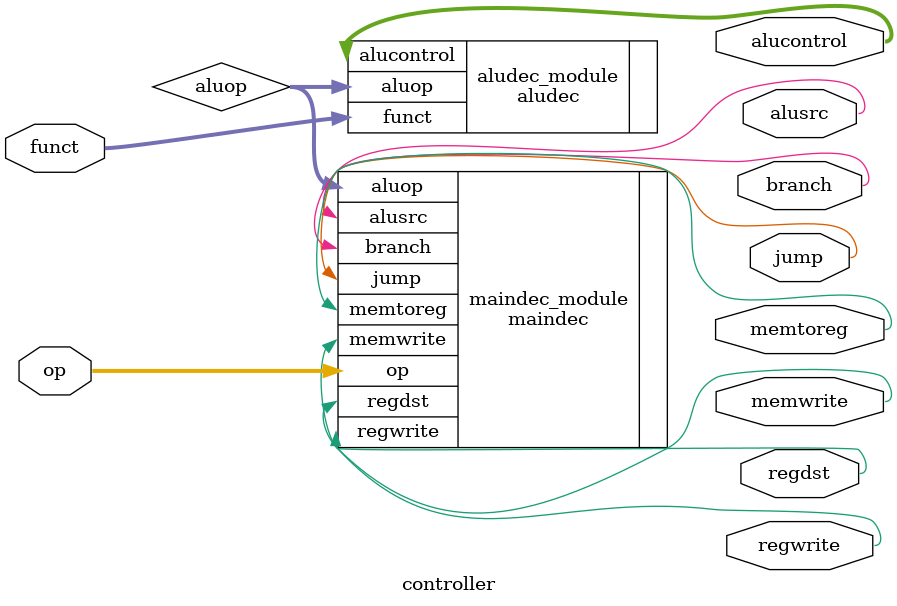
<source format=v>
module controller(
    input [5:0] op, funct,
    output regwrite, regdst, alusrc, branch, memwrite, memtoreg, jump,
    output [2:0] alucontrol
    );
    
    // maindec模块
    wire [1:0] aluop;
    maindec maindec_module(.op(op),.regwrite(regwrite),.regdst(regdst),.alusrc(alusrc),.branch(branch),
                           .memwrite(memwrite),.memtoreg(memtoreg),.jump(jump),.aluop(aluop));
                           
    // aludec模块
    aludec aludec_module(.aluop(aluop),.funct(funct),.alucontrol(alucontrol));
    
endmodule

</source>
